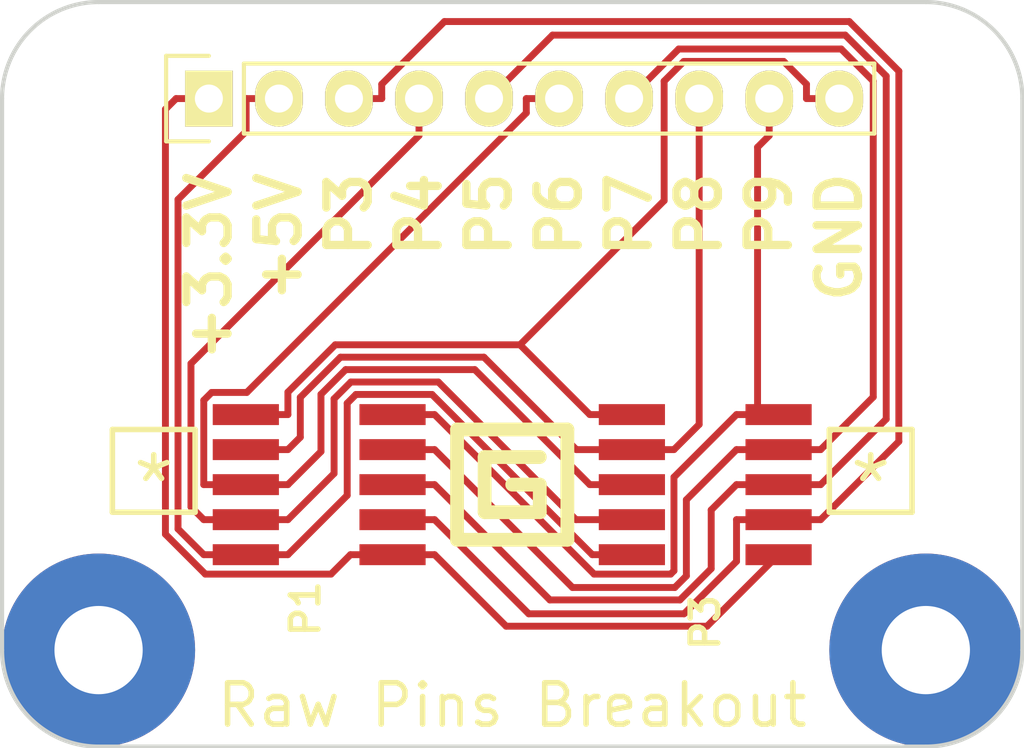
<source format=kicad_pcb>
(kicad_pcb (version 4) (host pcbnew 4.0.2-stable)

  (general
    (links 20)
    (no_connects 20)
    (area 123.014999 81.424999 163.7 110.547)
    (thickness 1.6)
    (drawings 29)
    (tracks 128)
    (zones 0)
    (modules 6)
    (nets 11)
  )

  (page A4)
  (title_block
    (title "SBV2-EB: Extension Board Name (File-> Page Settings)")
    (rev 1.0)
    (company Smoothieware.org)
  )

  (layers
    (0 F.Cu signal)
    (31 B.Cu signal)
    (32 B.Adhes user)
    (33 F.Adhes user)
    (34 B.Paste user)
    (35 F.Paste user)
    (36 B.SilkS user)
    (37 F.SilkS user)
    (38 B.Mask user)
    (39 F.Mask user)
    (40 Dwgs.User user)
    (41 Cmts.User user)
    (42 Eco1.User user)
    (43 Eco2.User user)
    (44 Edge.Cuts user)
    (45 Margin user)
    (46 B.CrtYd user)
    (47 F.CrtYd user)
    (48 B.Fab user)
    (49 F.Fab user)
  )

  (setup
    (last_trace_width 0.25)
    (trace_clearance 0.2)
    (zone_clearance 0.508)
    (zone_45_only no)
    (trace_min 0.2)
    (segment_width 0.2)
    (edge_width 0.15)
    (via_size 0.6)
    (via_drill 0.4)
    (via_min_size 0.4)
    (via_min_drill 0.3)
    (uvia_size 0.3)
    (uvia_drill 0.1)
    (uvias_allowed no)
    (uvia_min_size 0.2)
    (uvia_min_drill 0.1)
    (pcb_text_width 0.3)
    (pcb_text_size 1.5 1.5)
    (mod_edge_width 0.15)
    (mod_text_size 1 1)
    (mod_text_width 0.15)
    (pad_size 3.2 3.2)
    (pad_drill 3.2)
    (pad_to_mask_clearance 0.2)
    (aux_axis_origin 120 110)
    (grid_origin 134 85)
    (visible_elements 7FFFF77F)
    (pcbplotparams
      (layerselection 0x010fc_80000001)
      (usegerberextensions true)
      (excludeedgelayer false)
      (linewidth 0.100000)
      (plotframeref false)
      (viasonmask false)
      (mode 1)
      (useauxorigin true)
      (hpglpennumber 1)
      (hpglpenspeed 20)
      (hpglpendiameter 15)
      (hpglpenoverlay 2)
      (psnegative false)
      (psa4output false)
      (plotreference true)
      (plotvalue true)
      (plotinvisibletext false)
      (padsonsilk false)
      (subtractmaskfromsilk false)
      (outputformat 1)
      (mirror false)
      (drillshape 0)
      (scaleselection 1)
      (outputdirectory Gerber))
  )

  (net 0 "")
  (net 1 /P8)
  (net 2 /P7)
  (net 3 /P6)
  (net 4 /P5)
  (net 5 /P1)
  (net 6 /P2)
  (net 7 /P3)
  (net 8 /P4)
  (net 9 /P9)
  (net 10 GND)

  (net_class Default "This is the default net class."
    (clearance 0.2)
    (trace_width 0.25)
    (via_dia 0.6)
    (via_drill 0.4)
    (uvia_dia 0.3)
    (uvia_drill 0.1)
    (add_net /P1)
    (add_net /P2)
    (add_net /P3)
    (add_net /P4)
    (add_net /P5)
    (add_net /P6)
    (add_net /P7)
    (add_net /P8)
    (add_net /P9)
    (add_net GND)
  )

  (module Socket_Strips:Socket_Strip_Straight_1x10 (layer F.Cu) (tedit 573CBF3C) (tstamp 573CBA1E)
    (at 134 85)
    (descr "Through hole socket strip")
    (tags "socket strip")
    (path /573CB8DB)
    (fp_text reference P2 (at 4 0) (layer F.SilkS) hide
      (effects (font (size 1 1) (thickness 0.15)))
    )
    (fp_text value CONN_01X10 (at 10 0) (layer F.Fab)
      (effects (font (size 1 1) (thickness 0.15)))
    )
    (fp_line (start -1.75 -1.75) (end -1.75 1.75) (layer F.CrtYd) (width 0.05))
    (fp_line (start 24.65 -1.75) (end 24.65 1.75) (layer F.CrtYd) (width 0.05))
    (fp_line (start -1.75 -1.75) (end 24.65 -1.75) (layer F.CrtYd) (width 0.05))
    (fp_line (start -1.75 1.75) (end 24.65 1.75) (layer F.CrtYd) (width 0.05))
    (fp_line (start 1.27 1.27) (end 24.13 1.27) (layer F.SilkS) (width 0.15))
    (fp_line (start 24.13 1.27) (end 24.13 -1.27) (layer F.SilkS) (width 0.15))
    (fp_line (start 24.13 -1.27) (end 1.27 -1.27) (layer F.SilkS) (width 0.15))
    (fp_line (start -1.55 1.55) (end 0 1.55) (layer F.SilkS) (width 0.15))
    (fp_line (start 1.27 1.27) (end 1.27 -1.27) (layer F.SilkS) (width 0.15))
    (fp_line (start 0 -1.55) (end -1.55 -1.55) (layer F.SilkS) (width 0.15))
    (fp_line (start -1.55 -1.55) (end -1.55 1.55) (layer F.SilkS) (width 0.15))
    (pad 1 thru_hole rect (at 0 0) (size 1.7272 2.032) (drill 1.016) (layers *.Cu *.Mask F.SilkS)
      (net 5 /P1))
    (pad 2 thru_hole oval (at 2.54 0) (size 1.7272 2.032) (drill 1.016) (layers *.Cu *.Mask F.SilkS)
      (net 6 /P2))
    (pad 3 thru_hole oval (at 5.08 0) (size 1.7272 2.032) (drill 1.016) (layers *.Cu *.Mask F.SilkS)
      (net 7 /P3))
    (pad 4 thru_hole oval (at 7.62 0) (size 1.7272 2.032) (drill 1.016) (layers *.Cu *.Mask F.SilkS)
      (net 8 /P4))
    (pad 5 thru_hole oval (at 10.16 0) (size 1.7272 2.032) (drill 1.016) (layers *.Cu *.Mask F.SilkS)
      (net 4 /P5))
    (pad 6 thru_hole oval (at 12.7 0) (size 1.7272 2.032) (drill 1.016) (layers *.Cu *.Mask F.SilkS)
      (net 3 /P6))
    (pad 7 thru_hole oval (at 15.24 0) (size 1.7272 2.032) (drill 1.016) (layers *.Cu *.Mask F.SilkS)
      (net 2 /P7))
    (pad 8 thru_hole oval (at 17.78 0) (size 1.7272 2.032) (drill 1.016) (layers *.Cu *.Mask F.SilkS)
      (net 1 /P8))
    (pad 9 thru_hole oval (at 20.32 0) (size 1.7272 2.032) (drill 1.016) (layers *.Cu *.Mask F.SilkS)
      (net 9 /P9))
    (pad 10 thru_hole oval (at 22.86 0) (size 1.7272 2.032) (drill 1.016) (layers *.Cu *.Mask F.SilkS)
      (net 10 GND))
    (model Socket_Strips.3dshapes/Socket_Strip_Straight_1x10.wrl
      (at (xyz 0.45 0 0))
      (scale (xyz 1 1 1))
      (rotate (xyz 0 0 180))
    )
  )

  (module SBV2_Footprints:M3_Mounting_Hole (layer F.Cu) (tedit 572122A3) (tstamp 573CBC39)
    (at 130 105)
    (path /57224F8F)
    (fp_text reference M1 (at 0 4.572) (layer F.SilkS) hide
      (effects (font (size 1 1) (thickness 0.15)))
    )
    (fp_text value MH_M3 (at 0 -4.318) (layer F.Fab) hide
      (effects (font (size 1 1) (thickness 0.15)))
    )
    (pad "" np_thru_hole circle (at 0 0) (size 7 7) (drill 3.2) (layers *.Cu *.Mask))
  )

  (module SBV2_Footprints:M3_Mounting_Hole (layer F.Cu) (tedit 572122A3) (tstamp 573CBC3D)
    (at 160 105)
    (path /5723E53D)
    (fp_text reference M2 (at 0 4.572) (layer F.SilkS) hide
      (effects (font (size 1 1) (thickness 0.15)))
    )
    (fp_text value MH_M3 (at 0 -4.318) (layer F.Fab) hide
      (effects (font (size 1 1) (thickness 0.15)))
    )
    (pad "" np_thru_hole circle (at 0 0) (size 7 7) (drill 3.2) (layers *.Cu *.Mask))
  )

  (module SBV2_Footprints:20021521-00010T1LF (layer F.Cu) (tedit 573CD5FC) (tstamp 573CBC6A)
    (at 152 99 90)
    (descr "Smd dual-row strip connector, 5x2 pin, 1.27mm pitch")
    (path /573CC7BE)
    (fp_text reference P3 (at -5 0 90) (layer F.SilkS)
      (effects (font (size 1 1) (thickness 0.2)))
    )
    (fp_text value Smoothie-teer-Daisy (at 0 4.826 90) (layer F.SilkS) hide
      (effects (font (size 1 1) (thickness 0.2)))
    )
    (fp_line (start -6.35 2.55) (end -1.25 2.55) (layer F.CrtYd) (width 0.15))
    (fp_line (start 6.35 2.55) (end 1.3 2.55) (layer F.CrtYd) (width 0.15))
    (fp_line (start 6.35 2.54) (end 6.35 -2.54) (layer F.CrtYd) (width 0.15))
    (fp_line (start 6.35 -2.54) (end 5.08 -2.54) (layer F.CrtYd) (width 0.15))
    (fp_line (start -6.35 -2.54) (end -5.08 -2.54) (layer F.CrtYd) (width 0.15))
    (fp_line (start -6.35 -2.54) (end -6.35 2.54) (layer F.CrtYd) (width 0.15))
    (fp_line (start -1.27 -2.84) (end -1.27 -2.586) (layer F.CrtYd) (width 0.15))
    (fp_line (start -1.27 -2.886) (end 1.27 -2.886) (layer F.CrtYd) (width 0.15))
    (fp_line (start 1.27 -2.586) (end 1.27 -2.84) (layer F.CrtYd) (width 0.15))
    (fp_line (start -5.08 -2.54) (end -1.27 -2.54) (layer F.CrtYd) (width 0.15))
    (fp_line (start 1.27 -2.54) (end 5.08 -2.54) (layer F.CrtYd) (width 0.15))
    (pad 8 smd rect (at 1.27 -2.66 90) (size 0.76 2.4) (layers F.Cu F.Paste F.Mask)
      (net 1 /P8))
    (pad 7 smd rect (at 1.27 2.66 90) (size 0.76 2.4) (layers F.Cu F.Paste F.Mask)
      (net 2 /P7))
    (pad 6 smd rect (at 0 -2.66 90) (size 0.76 2.4) (layers F.Cu F.Paste F.Mask)
      (net 3 /P6))
    (pad 5 smd rect (at 0 2.66 270) (size 0.76 2.4) (layers F.Cu F.Paste F.Mask)
      (net 4 /P5))
    (pad 1 smd rect (at -2.54 2.66 90) (size 0.76 2.4) (layers F.Cu F.Paste F.Mask)
      (net 5 /P1))
    (pad 2 smd rect (at -2.54 -2.66 90) (size 0.76 2.4) (layers F.Cu F.Paste F.Mask)
      (net 6 /P2))
    (pad 3 smd rect (at -1.27 2.66 90) (size 0.76 2.4) (layers F.Cu F.Paste F.Mask)
      (net 7 /P3))
    (pad 4 smd rect (at -1.27 -2.66 90) (size 0.76 2.4) (layers F.Cu F.Paste F.Mask)
      (net 8 /P4))
    (pad 10 smd rect (at 2.54 -2.66 90) (size 0.76 2.4) (layers F.Cu F.Paste F.Mask)
      (net 10 GND))
    (pad 9 smd rect (at 2.54 2.66 90) (size 0.76 2.4) (layers F.Cu F.Paste F.Mask)
      (net 9 /P9))
    (model rmc_packages3d/Samtec/SHF-105-01-L-D-SM-k.wrl
      (at (xyz 0 0 0))
      (scale (xyz 1 1 1))
      (rotate (xyz -90 0 0))
    )
  )

  (module SBV2_Footprints:20021521-00010T1LF (layer F.Cu) (tedit 573CD5F7) (tstamp 573CBC5D)
    (at 138 99 90)
    (descr "Smd dual-row strip connector, 5x2 pin, 1.27mm pitch")
    (path /573CC74D)
    (fp_text reference P1 (at -4.5 -0.5 90) (layer F.SilkS)
      (effects (font (size 1 1) (thickness 0.2)))
    )
    (fp_text value Smoothie-teer-Daisy (at 0 4.826 90) (layer F.SilkS) hide
      (effects (font (size 1 1) (thickness 0.2)))
    )
    (fp_line (start -6.35 2.55) (end -1.25 2.55) (layer F.CrtYd) (width 0.15))
    (fp_line (start 6.35 2.55) (end 1.3 2.55) (layer F.CrtYd) (width 0.15))
    (fp_line (start 6.35 2.54) (end 6.35 -2.54) (layer F.CrtYd) (width 0.15))
    (fp_line (start 6.35 -2.54) (end 5.08 -2.54) (layer F.CrtYd) (width 0.15))
    (fp_line (start -6.35 -2.54) (end -5.08 -2.54) (layer F.CrtYd) (width 0.15))
    (fp_line (start -6.35 -2.54) (end -6.35 2.54) (layer F.CrtYd) (width 0.15))
    (fp_line (start -1.27 -2.84) (end -1.27 -2.586) (layer F.CrtYd) (width 0.15))
    (fp_line (start -1.27 -2.886) (end 1.27 -2.886) (layer F.CrtYd) (width 0.15))
    (fp_line (start 1.27 -2.586) (end 1.27 -2.84) (layer F.CrtYd) (width 0.15))
    (fp_line (start -5.08 -2.54) (end -1.27 -2.54) (layer F.CrtYd) (width 0.15))
    (fp_line (start 1.27 -2.54) (end 5.08 -2.54) (layer F.CrtYd) (width 0.15))
    (pad 8 smd rect (at 1.27 -2.66 90) (size 0.76 2.4) (layers F.Cu F.Paste F.Mask)
      (net 1 /P8))
    (pad 7 smd rect (at 1.27 2.66 90) (size 0.76 2.4) (layers F.Cu F.Paste F.Mask)
      (net 2 /P7))
    (pad 6 smd rect (at 0 -2.66 90) (size 0.76 2.4) (layers F.Cu F.Paste F.Mask)
      (net 3 /P6))
    (pad 5 smd rect (at 0 2.66 270) (size 0.76 2.4) (layers F.Cu F.Paste F.Mask)
      (net 4 /P5))
    (pad 1 smd rect (at -2.54 2.66 90) (size 0.76 2.4) (layers F.Cu F.Paste F.Mask)
      (net 5 /P1))
    (pad 2 smd rect (at -2.54 -2.66 90) (size 0.76 2.4) (layers F.Cu F.Paste F.Mask)
      (net 6 /P2))
    (pad 3 smd rect (at -1.27 2.66 90) (size 0.76 2.4) (layers F.Cu F.Paste F.Mask)
      (net 7 /P3))
    (pad 4 smd rect (at -1.27 -2.66 90) (size 0.76 2.4) (layers F.Cu F.Paste F.Mask)
      (net 8 /P4))
    (pad 10 smd rect (at 2.54 -2.66 90) (size 0.76 2.4) (layers F.Cu F.Paste F.Mask)
      (net 10 GND))
    (pad 9 smd rect (at 2.54 2.66 90) (size 0.76 2.4) (layers F.Cu F.Paste F.Mask)
      (net 9 /P9))
    (model rmc_packages3d/Samtec/SHF-105-01-L-D-SM-k.wrl
      (at (xyz 0 0 0))
      (scale (xyz 1 1 1))
      (rotate (xyz -90 0 0))
    )
  )

  (module SBV2_Footprints:Gadgeteer_logo (layer F.Cu) (tedit 573CDE71) (tstamp 573EE1B1)
    (at 145 99)
    (fp_text reference G*** (at 0 -3.5) (layer F.SilkS) hide
      (effects (font (thickness 0.3)))
    )
    (fp_text value LOGO (at 0 3.5) (layer F.SilkS) hide
      (effects (font (thickness 0.3)))
    )
    (fp_line (start -2 -2) (end 2 -2) (layer F.SilkS) (width 0.5))
    (fp_line (start 2 -2) (end 2 2) (layer F.SilkS) (width 0.5))
    (fp_line (start 2 2) (end -2 2) (layer F.SilkS) (width 0.5))
    (fp_line (start -2 2) (end -2 -2) (layer F.SilkS) (width 0.5))
    (fp_line (start 1 -1) (end -1 -1) (layer F.SilkS) (width 0.5))
    (fp_line (start -1 -1) (end -1 1) (layer F.SilkS) (width 0.5))
    (fp_line (start -1 1) (end 1 1) (layer F.SilkS) (width 0.5))
    (fp_line (start 1 1) (end 1 0) (layer F.SilkS) (width 0.5))
    (fp_line (start 1 0) (end 0 0) (layer F.SilkS) (width 0.5))
  )

  (gr_line (start 130 108.5) (end 160 108.5) (angle 90) (layer Edge.Cuts) (width 0.15))
  (gr_line (start 130 81.5) (end 160 81.5) (angle 90) (layer Edge.Cuts) (width 0.15))
  (gr_text * (at 158 99) (layer F.SilkS) (tstamp 573CCCE7)
    (effects (font (size 2 2) (thickness 0.2)))
  )
  (gr_line (start 159.5 100) (end 159.5 97) (angle 90) (layer F.SilkS) (width 0.2) (tstamp 573CCCE4))
  (gr_line (start 156.5 100) (end 159.5 100) (angle 90) (layer F.SilkS) (width 0.2) (tstamp 573CCCE2))
  (gr_line (start 156.5 100) (end 156.5 97) (angle 90) (layer F.SilkS) (width 0.2) (tstamp 573CCCDA))
  (gr_line (start 159.5 97) (end 156.5 97) (angle 90) (layer F.SilkS) (width 0.2) (tstamp 573CCCD6))
  (gr_text * (at 132 99) (layer F.SilkS)
    (effects (font (size 2 2) (thickness 0.2)))
  )
  (gr_line (start 130.5 97) (end 130.5 100) (angle 90) (layer F.SilkS) (width 0.2))
  (gr_line (start 133.5 97) (end 130.5 97) (angle 90) (layer F.SilkS) (width 0.2))
  (gr_line (start 133.5 100) (end 133.5 97) (angle 90) (layer F.SilkS) (width 0.2))
  (gr_line (start 130.5 100) (end 133.5 100) (angle 90) (layer F.SilkS) (width 0.2))
  (gr_arc (start 130 105) (end 130 108.5) (angle 90) (layer Edge.Cuts) (width 0.15))
  (gr_line (start 126.5 105) (end 126.5 85) (angle 90) (layer Edge.Cuts) (width 0.15))
  (gr_line (start 163.5 85) (end 163.5 105) (angle 90) (layer Edge.Cuts) (width 0.15))
  (gr_arc (start 160 85) (end 160 81.5) (angle 90) (layer Edge.Cuts) (width 0.15))
  (gr_arc (start 160 105) (end 163.5 105) (angle 90) (layer Edge.Cuts) (width 0.15))
  (gr_arc (start 130 85) (end 126.5 85) (angle 90) (layer Edge.Cuts) (width 0.15))
  (gr_text "Raw Pins Breakout" (at 145 107) (layer F.SilkS)
    (effects (font (size 1.5 1.5) (thickness 0.2)))
  )
  (gr_text GND (at 156.86 87.54 90) (layer F.SilkS)
    (effects (font (size 1.5 1.5) (thickness 0.3)) (justify right))
  )
  (gr_text P9 (at 154.32 87.54 90) (layer F.SilkS)
    (effects (font (size 1.5 1.5) (thickness 0.3)) (justify right))
  )
  (gr_text P8 (at 151.78 87.54 90) (layer F.SilkS)
    (effects (font (size 1.5 1.5) (thickness 0.3)) (justify right))
  )
  (gr_text P7 (at 149.24 87.54 90) (layer F.SilkS)
    (effects (font (size 1.5 1.5) (thickness 0.3)) (justify right))
  )
  (gr_text P6 (at 146.7 87.54 90) (layer F.SilkS)
    (effects (font (size 1.5 1.5) (thickness 0.3)) (justify right))
  )
  (gr_text P5 (at 144.16 87.54 90) (layer F.SilkS)
    (effects (font (size 1.5 1.5) (thickness 0.3)) (justify right))
  )
  (gr_text P4 (at 141.62 87.54 90) (layer F.SilkS)
    (effects (font (size 1.5 1.5) (thickness 0.3)) (justify right))
  )
  (gr_text P3 (at 139.08 87.54 90) (layer F.SilkS)
    (effects (font (size 1.5 1.5) (thickness 0.3)) (justify right))
  )
  (gr_text +5V (at 136.54 87.54 90) (layer F.SilkS)
    (effects (font (size 1.5 1.5) (thickness 0.3)) (justify right))
  )
  (gr_text +3.3V (at 134 87.54 90) (layer F.SilkS)
    (effects (font (size 1.5 1.5) (thickness 0.3)) (justify right))
  )

  (segment (start 135.34 97.73) (end 136.8653 97.73) (width 0.25) (layer F.Cu) (net 1))
  (segment (start 147.3265 97.73) (end 149.34 97.73) (width 0.25) (layer F.Cu) (net 1))
  (segment (start 143.9749 94.3784) (end 147.3265 97.73) (width 0.25) (layer F.Cu) (net 1))
  (segment (start 138.7717 94.3784) (end 143.9749 94.3784) (width 0.25) (layer F.Cu) (net 1))
  (segment (start 137.3156 95.8345) (end 138.7717 94.3784) (width 0.25) (layer F.Cu) (net 1))
  (segment (start 137.3156 97.2797) (end 137.3156 95.8345) (width 0.25) (layer F.Cu) (net 1))
  (segment (start 136.8653 97.73) (end 137.3156 97.2797) (width 0.25) (layer F.Cu) (net 1))
  (segment (start 151.78 96.8153) (end 151.78 85) (width 0.25) (layer F.Cu) (net 1))
  (segment (start 150.8653 97.73) (end 151.78 96.8153) (width 0.25) (layer F.Cu) (net 1))
  (segment (start 149.34 97.73) (end 150.8653 97.73) (width 0.25) (layer F.Cu) (net 1))
  (segment (start 154.66 97.73) (end 156.1853 97.73) (width 0.25) (layer F.Cu) (net 2))
  (segment (start 140.66 97.73) (end 142.1853 97.73) (width 0.25) (layer F.Cu) (net 2))
  (segment (start 154.66 97.73) (end 153.1347 97.73) (width 0.25) (layer F.Cu) (net 2))
  (segment (start 158.0929 95.8224) (end 156.1853 97.73) (width 0.25) (layer F.Cu) (net 2))
  (segment (start 158.0929 84.3654) (end 158.0929 95.8224) (width 0.25) (layer F.Cu) (net 2))
  (segment (start 156.9297 83.2022) (end 158.0929 84.3654) (width 0.25) (layer F.Cu) (net 2))
  (segment (start 151.0378 83.2022) (end 156.9297 83.2022) (width 0.25) (layer F.Cu) (net 2))
  (segment (start 149.24 85) (end 151.0378 83.2022) (width 0.25) (layer F.Cu) (net 2))
  (segment (start 147.1856 102.7303) (end 142.1853 97.73) (width 0.25) (layer F.Cu) (net 2))
  (segment (start 150.8963 102.7303) (end 147.1856 102.7303) (width 0.25) (layer F.Cu) (net 2))
  (segment (start 151.3158 102.3108) (end 150.8963 102.7303) (width 0.25) (layer F.Cu) (net 2))
  (segment (start 151.3158 99.5489) (end 151.3158 102.3108) (width 0.25) (layer F.Cu) (net 2))
  (segment (start 153.1347 97.73) (end 151.3158 99.5489) (width 0.25) (layer F.Cu) (net 2))
  (segment (start 136.1027 99) (end 136.8653 99) (width 0.25) (layer F.Cu) (net 3))
  (segment (start 149.34 99) (end 147.8147 99) (width 0.25) (layer F.Cu) (net 3))
  (segment (start 136.1027 99) (end 135.34 99) (width 0.25) (layer F.Cu) (net 3))
  (segment (start 145.5111 85.5201) (end 145.5111 85) (width 0.25) (layer F.Cu) (net 3))
  (segment (start 135.3747 95.6565) (end 145.5111 85.5201) (width 0.25) (layer F.Cu) (net 3))
  (segment (start 134.1008 95.6565) (end 135.3747 95.6565) (width 0.25) (layer F.Cu) (net 3))
  (segment (start 133.8147 95.9426) (end 134.1008 95.6565) (width 0.25) (layer F.Cu) (net 3))
  (segment (start 133.8147 99) (end 133.8147 95.9426) (width 0.25) (layer F.Cu) (net 3))
  (segment (start 135.34 99) (end 133.8147 99) (width 0.25) (layer F.Cu) (net 3))
  (segment (start 146.7 85) (end 145.5111 85) (width 0.25) (layer F.Cu) (net 3))
  (segment (start 138.0649 97.8004) (end 136.8653 99) (width 0.25) (layer F.Cu) (net 3))
  (segment (start 138.0649 95.7258) (end 138.0649 97.8004) (width 0.25) (layer F.Cu) (net 3))
  (segment (start 138.962 94.8287) (end 138.0649 95.7258) (width 0.25) (layer F.Cu) (net 3))
  (segment (start 143.6434 94.8287) (end 138.962 94.8287) (width 0.25) (layer F.Cu) (net 3))
  (segment (start 147.8147 99) (end 143.6434 94.8287) (width 0.25) (layer F.Cu) (net 3))
  (segment (start 154.66 99) (end 156.1853 99) (width 0.25) (layer F.Cu) (net 4))
  (segment (start 140.66 99) (end 142.1853 99) (width 0.25) (layer F.Cu) (net 4))
  (segment (start 154.66 99) (end 153.1347 99) (width 0.25) (layer F.Cu) (net 4))
  (segment (start 158.563 96.6223) (end 156.1853 99) (width 0.25) (layer F.Cu) (net 4))
  (segment (start 158.563 84.1841) (end 158.563 96.6223) (width 0.25) (layer F.Cu) (net 4))
  (segment (start 157.077 82.6981) (end 158.563 84.1841) (width 0.25) (layer F.Cu) (net 4))
  (segment (start 146.4619 82.6981) (end 157.077 82.6981) (width 0.25) (layer F.Cu) (net 4))
  (segment (start 144.16 85) (end 146.4619 82.6981) (width 0.25) (layer F.Cu) (net 4))
  (segment (start 146.366 103.1807) (end 142.1853 99) (width 0.25) (layer F.Cu) (net 4))
  (segment (start 151.0828 103.1807) (end 146.366 103.1807) (width 0.25) (layer F.Cu) (net 4))
  (segment (start 152.2164 102.0471) (end 151.0828 103.1807) (width 0.25) (layer F.Cu) (net 4))
  (segment (start 152.2164 99.9183) (end 152.2164 102.0471) (width 0.25) (layer F.Cu) (net 4))
  (segment (start 153.1347 99) (end 152.2164 99.9183) (width 0.25) (layer F.Cu) (net 4))
  (segment (start 152.0657 104.1343) (end 154.66 101.54) (width 0.25) (layer F.Cu) (net 5))
  (segment (start 144.7796 104.1343) (end 152.0657 104.1343) (width 0.25) (layer F.Cu) (net 5))
  (segment (start 142.1853 101.54) (end 144.7796 104.1343) (width 0.25) (layer F.Cu) (net 5))
  (segment (start 141.4227 101.54) (end 142.1853 101.54) (width 0.25) (layer F.Cu) (net 5))
  (segment (start 141.4227 101.54) (end 140.66 101.54) (width 0.25) (layer F.Cu) (net 5))
  (segment (start 132.424 85.3871) (end 132.8111 85) (width 0.25) (layer F.Cu) (net 5))
  (segment (start 132.424 100.7966) (end 132.424 85.3871) (width 0.25) (layer F.Cu) (net 5))
  (segment (start 133.8728 102.2454) (end 132.424 100.7966) (width 0.25) (layer F.Cu) (net 5))
  (segment (start 138.4293 102.2454) (end 133.8728 102.2454) (width 0.25) (layer F.Cu) (net 5))
  (segment (start 139.1347 101.54) (end 138.4293 102.2454) (width 0.25) (layer F.Cu) (net 5))
  (segment (start 140.66 101.54) (end 139.1347 101.54) (width 0.25) (layer F.Cu) (net 5))
  (segment (start 134 85) (end 132.8111 85) (width 0.25) (layer F.Cu) (net 5))
  (segment (start 135.3511 86.1889) (end 135.3511 85) (width 0.25) (layer F.Cu) (net 6))
  (segment (start 132.8806 88.6594) (end 135.3511 86.1889) (width 0.25) (layer F.Cu) (net 6))
  (segment (start 132.8806 100.6059) (end 132.8806 88.6594) (width 0.25) (layer F.Cu) (net 6))
  (segment (start 133.8147 101.54) (end 132.8806 100.6059) (width 0.25) (layer F.Cu) (net 6))
  (segment (start 136.54 85) (end 135.3511 85) (width 0.25) (layer F.Cu) (net 6))
  (segment (start 134.5774 101.54) (end 133.8147 101.54) (width 0.25) (layer F.Cu) (net 6))
  (segment (start 134.5774 101.54) (end 135.34 101.54) (width 0.25) (layer F.Cu) (net 6))
  (segment (start 147.9023 101.54) (end 149.34 101.54) (width 0.25) (layer F.Cu) (net 6))
  (segment (start 142.0917 95.7294) (end 147.9023 101.54) (width 0.25) (layer F.Cu) (net 6))
  (segment (start 139.3351 95.7294) (end 142.0917 95.7294) (width 0.25) (layer F.Cu) (net 6))
  (segment (start 139.0164 96.0481) (end 139.3351 95.7294) (width 0.25) (layer F.Cu) (net 6))
  (segment (start 139.0164 99.3889) (end 139.0164 96.0481) (width 0.25) (layer F.Cu) (net 6))
  (segment (start 136.8653 101.54) (end 139.0164 99.3889) (width 0.25) (layer F.Cu) (net 6))
  (segment (start 135.34 101.54) (end 136.8653 101.54) (width 0.25) (layer F.Cu) (net 6))
  (segment (start 140.2689 84.4799) (end 140.2689 85) (width 0.25) (layer F.Cu) (net 7))
  (segment (start 142.5423 82.2065) (end 140.2689 84.4799) (width 0.25) (layer F.Cu) (net 7))
  (segment (start 157.2223 82.2065) (end 142.5423 82.2065) (width 0.25) (layer F.Cu) (net 7))
  (segment (start 159.0205 84.0047) (end 157.2223 82.2065) (width 0.25) (layer F.Cu) (net 7))
  (segment (start 159.0205 97.4348) (end 159.0205 84.0047) (width 0.25) (layer F.Cu) (net 7))
  (segment (start 156.1853 100.27) (end 159.0205 97.4348) (width 0.25) (layer F.Cu) (net 7))
  (segment (start 154.66 100.27) (end 156.1853 100.27) (width 0.25) (layer F.Cu) (net 7))
  (segment (start 139.08 85) (end 140.2689 85) (width 0.25) (layer F.Cu) (net 7))
  (segment (start 153.1347 101.7816) (end 153.1347 100.27) (width 0.25) (layer F.Cu) (net 7))
  (segment (start 151.2324 103.6839) (end 153.1347 101.7816) (width 0.25) (layer F.Cu) (net 7))
  (segment (start 145.5992 103.6839) (end 151.2324 103.6839) (width 0.25) (layer F.Cu) (net 7))
  (segment (start 142.1853 100.27) (end 145.5992 103.6839) (width 0.25) (layer F.Cu) (net 7))
  (segment (start 140.66 100.27) (end 142.1853 100.27) (width 0.25) (layer F.Cu) (net 7))
  (segment (start 154.66 100.27) (end 153.1347 100.27) (width 0.25) (layer F.Cu) (net 7))
  (segment (start 133.3504 94.6109) (end 141.62 86.3413) (width 0.25) (layer F.Cu) (net 8))
  (segment (start 133.3504 99.8057) (end 133.3504 94.6109) (width 0.25) (layer F.Cu) (net 8))
  (segment (start 133.8147 100.27) (end 133.3504 99.8057) (width 0.25) (layer F.Cu) (net 8))
  (segment (start 141.62 85) (end 141.62 86.3413) (width 0.25) (layer F.Cu) (net 8))
  (segment (start 134.5774 100.27) (end 133.8147 100.27) (width 0.25) (layer F.Cu) (net 8))
  (segment (start 134.5774 100.27) (end 135.34 100.27) (width 0.25) (layer F.Cu) (net 8))
  (segment (start 147.3123 100.27) (end 149.34 100.27) (width 0.25) (layer F.Cu) (net 8))
  (segment (start 142.3213 95.279) (end 147.3123 100.27) (width 0.25) (layer F.Cu) (net 8))
  (segment (start 139.1486 95.279) (end 142.3213 95.279) (width 0.25) (layer F.Cu) (net 8))
  (segment (start 138.5404 95.8872) (end 139.1486 95.279) (width 0.25) (layer F.Cu) (net 8))
  (segment (start 138.5404 98.5949) (end 138.5404 95.8872) (width 0.25) (layer F.Cu) (net 8))
  (segment (start 136.8653 100.27) (end 138.5404 98.5949) (width 0.25) (layer F.Cu) (net 8))
  (segment (start 135.34 100.27) (end 136.8653 100.27) (width 0.25) (layer F.Cu) (net 8))
  (segment (start 150.8654 98.7293) (end 153.1347 96.46) (width 0.25) (layer F.Cu) (net 9))
  (segment (start 150.8654 102.1243) (end 150.8654 98.7293) (width 0.25) (layer F.Cu) (net 9))
  (segment (start 150.7443 102.2454) (end 150.8654 102.1243) (width 0.25) (layer F.Cu) (net 9))
  (segment (start 147.9707 102.2454) (end 150.7443 102.2454) (width 0.25) (layer F.Cu) (net 9))
  (segment (start 142.1853 96.46) (end 147.9707 102.2454) (width 0.25) (layer F.Cu) (net 9))
  (segment (start 140.66 96.46) (end 142.1853 96.46) (width 0.25) (layer F.Cu) (net 9))
  (segment (start 154.66 96.46) (end 153.8974 96.46) (width 0.25) (layer F.Cu) (net 9))
  (segment (start 153.8974 96.46) (end 153.1347 96.46) (width 0.25) (layer F.Cu) (net 9))
  (segment (start 153.8974 86.7639) (end 154.32 86.3413) (width 0.25) (layer F.Cu) (net 9))
  (segment (start 153.8974 96.46) (end 153.8974 86.7639) (width 0.25) (layer F.Cu) (net 9))
  (segment (start 154.32 85) (end 154.32 86.3413) (width 0.25) (layer F.Cu) (net 9))
  (segment (start 135.34 96.46) (end 136.8653 96.46) (width 0.25) (layer F.Cu) (net 10))
  (segment (start 149.34 96.46) (end 147.8147 96.46) (width 0.25) (layer F.Cu) (net 10))
  (segment (start 156.86 85) (end 155.6711 85) (width 0.25) (layer F.Cu) (net 10))
  (segment (start 155.6711 84.4799) (end 155.6711 85) (width 0.25) (layer F.Cu) (net 10))
  (segment (start 154.8438 83.6526) (end 155.6711 84.4799) (width 0.25) (layer F.Cu) (net 10))
  (segment (start 151.2243 83.6526) (end 154.8438 83.6526) (width 0.25) (layer F.Cu) (net 10))
  (segment (start 150.51 84.3669) (end 151.2243 83.6526) (width 0.25) (layer F.Cu) (net 10))
  (segment (start 150.51 88.7009) (end 150.51 84.3669) (width 0.25) (layer F.Cu) (net 10))
  (segment (start 145.2828 93.9281) (end 150.51 88.7009) (width 0.25) (layer F.Cu) (net 10))
  (segment (start 147.8147 96.46) (end 145.2828 93.9281) (width 0.25) (layer F.Cu) (net 10))
  (segment (start 136.8653 95.647) (end 136.8653 96.46) (width 0.25) (layer F.Cu) (net 10))
  (segment (start 138.5842 93.9281) (end 136.8653 95.647) (width 0.25) (layer F.Cu) (net 10))
  (segment (start 145.2828 93.9281) (end 138.5842 93.9281) (width 0.25) (layer F.Cu) (net 10))

)

</source>
